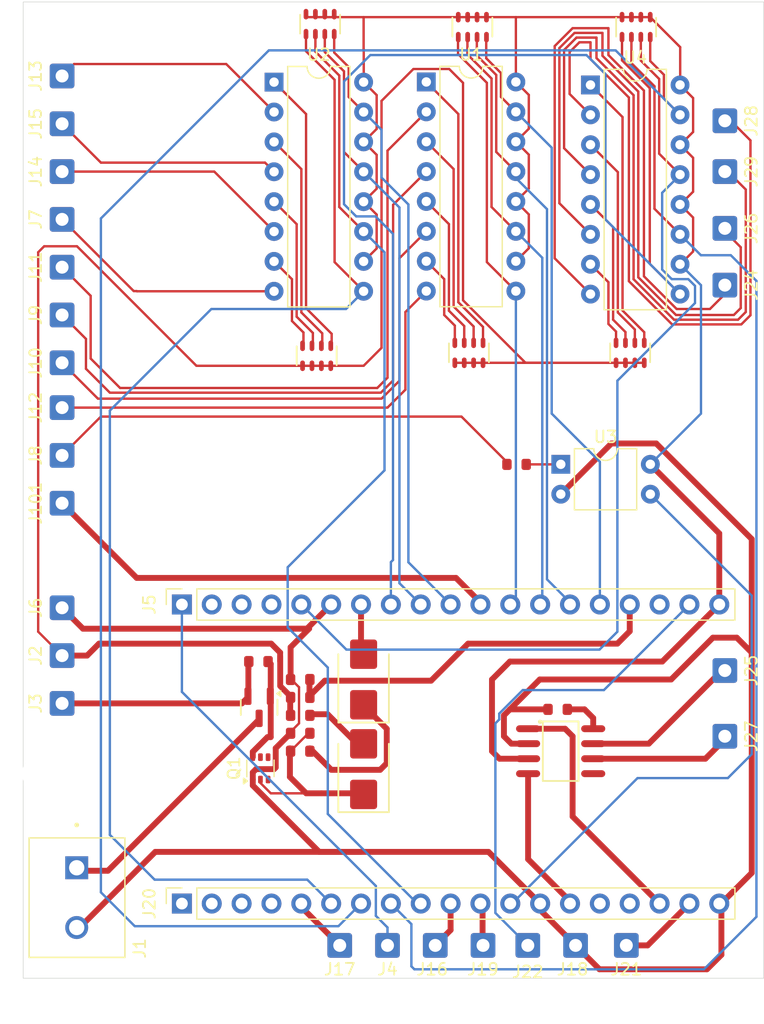
<source format=kicad_pcb>
(kicad_pcb (version 20240108) (generator "pcbnew") (generator_version "8.0")
  (layers (0 "F.Cu" signal) (31 "B.Cu" signal) (34 "B.Paste" user) (35 "F.Paste" user) (36 "B.SilkS" user "B.Silkscreen") (37 "F.SilkS" user "F.Silkscreen") (38 "B.Mask" user) (39 "F.Mask" user) (44 "Edge.Cuts" user))
  (net 0 "")
  (net 1 "Net-(D1-Pad1)")
  (net 2 "Net-(D2-Pad2)")
  (net 3 "GND")
  (net 4 "Net-(Q1A-B1)")
  (net 5 "CAN Modul CTX")
  (net 6 "CAN Modul RTX")
  (net 7 "Net-(J4-Pin_1)")
  (net 8 "Net-(J101-Pin_1)")
  (net 13 "Net-(J22-Pin_1)")
  (net 14 "Net-(J8-Pin_1)")
  (net 15 "Net-(J16-Pin_1)")
  (net 16 "Net-(J17-Pin_1)")
  (net 17 "Net-(J19-Pin_1)")
  (net 20 "Net-(Q1A-C1)")
  (net 21 "Net-(R7-Pad8)")
  (net 22 "Net-(R7-Pad5)")
  (net 23 "Net-(R7-Pad6)")
  (net 24 "Net-(R7-Pad7)")
  (net 25 "Net-(R8-Pad8)")
  (net 26 "Net-(R8-Pad6)")
  (net 27 "Net-(R8-Pad5)")
  (net 28 "Net-(R8-Pad7)")
  (net 29 "Net-(R11-Pad6)")
  (net 30 "Net-(R11-Pad5)")
  (net 31 "Net-(R11-Pad8)")
  (net 32 "Net-(R11-Pad7)")
  (net 33 "Net-(R12-Pad2)")
  (net 34 "Net-(U101-RS)")
  (net 36 "/Latch_Circuit/12 V out")
  (net 37 "K15")
  (net 38 "/Latch_Circuit/K30")
  (net 39 "VoltMeasurement")
  (net 40 "StayOn")
  (net 41 "GPIO 32 (PIN 7)")
  (net 42 "GPIO 14 (PIN 12)")
  (net 43 "GPIO 27 (PIN 11)")
  (net 44 "GPIO 33 (PIN 8)")
  (net 45 "GPIO 35 (PIN 6)")
  (net 46 "GPIO 13 (PIN 15)")
  (net 47 "3,3 V from ESP")
  (net 48 "GPIO 26 (PIN 10)")
  (net 49 "GPIO 34 (PIN 5)")
  (net 50 "/Optocopler/Coolant")
  (net 51 "/Optocopler/MotorCap")
  (net 52 "/Optocopler/WhiperWater")
  (net 53 "/Optocopler/BrakePads")
  (net 54 "/Optocopler/OilPresure")
  (net 55 "/Optocopler/SlidingDoor")
  (net 56 "GPIO 0 (PIN 25)")
  (net 57 "GPIO 16 (PIN 27)")
  (net 58 "GPIO 17 (PIN 28)")
  (net 59 "/Optocopler/ResetButton")
  (net 60 "/Optocopler/MemoryButton")
  (net 61 "/Optocopler/Trunk")
  (net 62 "/Optocopler/ModeButton")
  (net 63 "GPIO 4 (PIN 26)")
  (net 64 "GPIO 19 (PIN 31)")
  (net 65 "/CAN Modul/CAN_H")
  (net 66 "/CAN Modul/CAN_L")
  (net 67 "/Optocopler/BrakeFluid")
  (net 68 "/Optocopler/DoorRight")
  (net 69 "Net-(J20-Pin_18)")
  (footprint "Package_DIP:DIP-16_W7.62mm" (layer "F.Cu") (at 158.3056 79.4032)
    (property "Reference" "U1")
    (property "Value" "LTV-847")
  )
  (footprint "PCM_JLCPCB:Q_SOT-23" (layer "F.Cu") (at 144.0816 132.5652 -90)
    (property "Reference" "Q2" (hide yes))
    (property "Value" "LBSS84LT1G")
  )
  (footprint "Connector_Wire:SolderWire-0.5sqmm_1x01_D0.9mm_OD2.1mm" (layer "F.Cu") (at 127.3176 107.0892 90)
    (property "Reference" "J12")
    (property "Value" "BrakeFluid")
  )
  (footprint "Connector_Wire:SolderWire-0.5sqmm_1x01_D0.9mm_OD2.1mm" (layer "F.Cu") (at 171.0056 152.8092 180)
    (property "Reference" "J18")
    (property "Value" "TFT_GND")
  )
  (footprint "Custom:PHOENIX_1729128_2x2,54" (layer "F.Cu") (at 124.5126 143.6697 -90)
    (property "Reference" "J1")
    (property "Value" "To USB converter")
  )
  (footprint "PCM_JLCPCB:R_0603x4" (layer "F.Cu") (at 149.2696 74.4892 -90)
    (property "Reference" "R9" (hide yes))
    (property "Value" "10kΩ")
  )
  (footprint "PCM_JLCPCB:R_0603x4" (layer "F.Cu") (at 161.9316 102.4292 90)
    (property "Reference" "R7" (hide yes))
    (property "Value" "4.7kΩ")
  )
  (footprint "Connector_Wire:SolderWire-0.5sqmm_1x01_D0.9mm_OD2.1mm" (layer "F.Cu") (at 127.3176 99.2152 90)
    (property "Reference" "J9")
    (property "Value" "MotorCap")
  )
  (footprint "PCM_JLCPCB:R_0603" (layer "F.Cu") (at 144.0236 128.6792 180)
    (property "Reference" "R1" (hide yes))
    (property "Value" "100kΩ")
  )
  (footprint "Connector_Wire:SolderWire-0.5sqmm_1x01_D0.9mm_OD2.1mm" (layer "F.Cu") (at 150.9396 152.8092)
    (property "Reference" "J17")
    (property "Value" "TFT_DC")
  )
  (footprint "Connector_Wire:SolderWire-0.5sqmm_1x01_D0.9mm_OD2.1mm" (layer "F.Cu") (at 159.0676 152.8092)
    (property "Reference" "J16")
    (property "Value" "TFT_CS")
  )
  (footprint "Package_TO_SOT_SMD:SOT-363_SC-70-6" (layer "F.Cu") (at 144.1936 137.7572 90)
    (property "Reference" "Q1")
    (property "Value" "MMDT3904")
  )
  (footprint "PCM_JLCPCB:R_0603" (layer "F.Cu") (at 147.5796 134.7752)
    (property "Reference" "R5" (hide yes))
    (property "Value" "100kΩ")
  )
  (footprint "Connector_Wire:SolderWire-0.5sqmm_1x01_D0.9mm_OD2.1mm" (layer "F.Cu") (at 183.7056 91.8492 -90)
    (property "Reference" "J26")
    (property "Value" "Memory")
  )
  (footprint "PCM_JLCPCB:R_0603x4" (layer "F.Cu") (at 176.1556 74.7432 -90)
    (property "Reference" "R13" (hide yes))
    (property "Value" "10kΩ")
  )
  (footprint "PCM_JLCPCB:SOIC-8_L4.9-W3.9-P1.27-LS6.0-BL" (layer "F.Cu") (at 169.7356 136.2992 -90)
    (property "Reference" "U101" (hide yes))
    (property "Value" "SN65HVD230DR")
  )
  (footprint "Connector_Wire:SolderWire-0.5sqmm_1x01_D0.9mm_OD2.1mm" (layer "F.Cu") (at 155.0036 152.8092)
    (property "Reference" "J4")
    (property "Value" "TFT_5V")
  )
  (footprint "MountingHole:MountingHole_3.2mm_M3" (layer "F.Cu") (at 179.6616 142.8032)
    (property "Reference" "Hole_4" (hide yes))
    (property "Value" "MountingHole_3.2mm_M3" (hide yes))
  )
  (footprint "Connector_Wire:SolderWire-0.5sqmm_1x01_D0.9mm_OD2.1mm" (layer "F.Cu") (at 127.3176 103.2792 90)
    (property "Reference" "J10")
    (property "Value" "WhiperWater")
  )
  (footprint "Connector_PinSocket_2.54mm:PinSocket_1x19_P2.54mm_Vertical" (layer "F.Cu") (at 137.5116 123.8278 90)
    (property "Reference" "J5")
    (property "Value" "Conn_01x19_Socket" (hide yes))
  )
  (footprint "Connector_Wire:SolderWire-0.5sqmm_1x01_D0.9mm_OD2.1mm" (layer "F.Cu") (at 127.3176 132.2352 90)
    (property "Reference" "J3")
    (property "Value" "K30")
  )
  (footprint "Connector_Wire:SolderWire-0.5sqmm_1x01_D0.9mm_OD2.1mm" (layer "F.Cu") (at 127.3176 124.1072 90)
    (property "Reference" "J6")
    (property "Value" "K31")
  )
  (footprint "Connector_Wire:SolderWire-0.5sqmm_1x01_D0.9mm_OD2.1mm" (layer "F.Cu") (at 127.3176 82.9592 90)
    (property "Reference" "J15")
    (property "Value" "Door_S")
  )
  (footprint "PCM_JLCPCB:D_SMB" (layer "F.Cu") (at 152.9716 137.8232 90)
    (property "Reference" "D2" (hide yes))
    (property "Value" "S3MB")
  )
  (footprint "Connector_Wire:SolderWire-0.5sqmm_1x01_D0.9mm_OD2.1mm" (layer "F.Cu") (at 183.7056 87.0232 -90)
    (property "Reference" "J29")
    (property "Value" "Mode")
  )
  (footprint "PCM_JLCPCB:R_0603" (layer "F.Cu") (at 169.4816 132.7432 180)
    (property "Reference" "R101" (hide yes))
    (property "Value" "10kΩ")
  )
  (footprint "PCM_JLCPCB:R_0603" (layer "F.Cu") (at 147.5796 131.7272)
    (property "Reference" "R2" (hide yes))
    (property "Value" "220kΩ")
  )
  (footprint "Package_DIP:DIP-16_W7.62mm" (layer "F.Cu") (at 172.2731 79.6597)
    (property "Reference" "U4")
    (property "Value" "LTV-847")
  )
  (footprint "MountingHole:MountingHole_3.2mm_M3" (layer "F.Cu") (at 135.7116 111.9032)
    (property "Reference" "Hole_2" (hide yes))
    (property "Value" "MountingHole_3.2mm_M3" (hide yes))
  )
  (footprint "Connector_Wire:SolderWire-0.5sqmm_1x01_D0.9mm_OD2.1mm" (layer "F.Cu") (at 183.7056 135.0292 -90)
    (property "Reference" "J27")
    (property "Value" "Can_L")
  )
  (footprint "Package_DIP:DIP-16_W7.62mm" (layer "F.Cu") (at 145.3516 79.4182)
    (property "Reference" "U2")
    (property "Value" "LTV-847")
  )
  (footprint "PCM_JLCPCB:R_0603x4" (layer "F.Cu") (at 148.9776 102.6832 90)
    (property "Reference" "R8" (hide yes))
    (property "Value" "4.7kΩ")
  )
  (footprint "Connector_Wire:SolderWire-0.5sqmm_1x01_D0.9mm_OD2.1mm" (layer "F.Cu") (at 127.3176 87.0232 90)
    (property "Reference" "J14")
    (property "Value" "OilPresure")
  )
  (footprint "Connector_Wire:SolderWire-0.5sqmm_1x01_D0.9mm_OD2.1mm" (layer "F.Cu") (at 163.1316 152.8092)
    (property "Reference" "J19")
    (property "Value" "TFT_SLK")
  )
  (footprint "PCM_JLCPCB:R_0603" (layer "F.Cu") (at 147.5796 136.2992)
    (property "Reference" "R4" (hide yes))
    (property "Value" "220Ω")
  )
  (footprint "MountingHole:MountingHole_3.2mm_M3" (layer "F.Cu") (at 125.5116 138.2032)
    (property "Reference" "Hole_1" (hide yes))
    (property "Value" "MountingHole_3.2mm_M3" (hide yes))
  )
  (footprint "Connector_Wire:SolderWire-0.5sqmm_1x01_D0.9mm_OD2.1mm" (layer "F.Cu") (at 127.3176 128.1712 90)
    (property "Reference" "J2")
    (property "Value" "K15")
  )
  (footprint "Connector_Wire:SolderWire-0.5sqmm_1x01_D0.9mm_OD2.1mm" (layer "F.Cu") (at 183.7056 129.4412 -90)
    (property "Reference" "J25")
    (property "Value" "Can_H")
  )
  (footprint "PCM_JLCPCB:R_0603" (layer "F.Cu") (at 147.5796 133.2512)
    (property "Reference" "R6" (hide yes))
    (property "Value" "10kΩ")
  )
  (footprint "PCM_JLCPCB:R_0603" (layer "F.Cu") (at 165.9836 111.9152)
    (property "Reference" "R12" (hide yes))
    (property "Value" "4.7kΩ")
  )
  (footprint "Connector_Wire:SolderWire-0.5sqmm_1x01_D0.9mm_OD2.1mm" (layer "F.Cu") (at 127.3176 78.8952 90)
    (property "Reference" "J13")
    (property "Value" "Door_R")
  )
  (footprint "Package_DIP:DIP-4_W7.62mm" (layer "F.Cu") (at 169.7456 111.9102)
    (property "Reference" "U3")
    (property "Value" "LVT 817")
  )
  (footprint "MountingHole:MountingHole_3.2mm_M3" (layer "F.Cu") (at 135.2116 82.1032)
    (property "Reference" "Hole_3" (hide yes))
    (property "Value" "MountingHole_3.2mm_M3" (hide yes))
  )
  (footprint "Connector_Wire:SolderWire-0.5sqmm_1x01_D0.9mm_OD2.1mm" (layer "F.Cu") (at 127.3176 95.1512 90)
    (property "Reference" "J11")
    (property "Value" "BrakePads")
  )
  (footprint "Connector_Wire:SolderWire-0.5sqmm_1x01_D0.9mm_OD2.1mm" (layer "F.Cu") (at 127.3176 115.2172 90)
    (property "Reference" "J101")
    (property "Value" "O_Lev_LED")
  )
  (footprint "PCM_JLCPCB:D_SMB" (layer "F.Cu") (at 152.9716 130.2032 90)
    (property "Reference" "D1" (hide yes))
    (property "Value" "S3MB")
  )
  (footprint "Connector_PinSocket_2.54mm:PinSocket_1x19_P2.54mm_Vertical" (layer "F.Cu") (at 137.5116 149.2532 90)
    (property "Reference" "J20")
    (property "Value" "Conn_01x19_Socket")
  )
  (footprint "Connector_Wire:SolderWire-0.5sqmm_1x01_D0.9mm_OD2.1mm" (layer "F.Cu") (at 166.9416 152.8092 180)
    (property "Reference" "J22")
    (property "Value" "TFT_RST")
  )
  (footprint "Connector_Wire:SolderWire-0.5sqmm_1x01_D0.9mm_OD2.1mm" (layer "F.Cu") (at 127.3176 111.1532 90)
    (property "Reference" "J8")
    (property "Value" "oilSensor")
  )
  (footprint "Connector_Wire:SolderWire-0.5sqmm_1x01_D0.9mm_OD2.1mm" (layer "F.Cu") (at 127.3176 91.0872 90)
    (property "Reference" "J7")
    (property "Value" "Coolant")
  )
  (footprint "Connector_Wire:SolderWire-0.5sqmm_1x01_D0.9mm_OD2.1mm" (layer "F.Cu") (at 175.3236 152.8092)
    (property "Reference" "J21")
    (property "Value" "TFT_MOSI")
  )
  (footprint "PCM_JLCPCB:R_0603x4" (layer "F.Cu") (at 162.2236 74.7432 -90)
    (property "Reference" "R10" (hide yes))
    (property "Value" "10kΩ")
  )
  (footprint "Connector_Wire:SolderWire-0.5sqmm_1x01_D0.9mm_OD2.1mm" (layer "F.Cu") (at 183.7056 96.6752 -90)
    (property "Reference" "J24")
    (property "Value" "Reset")
  )
  (footprint "PCM_JLCPCB:R_0603x4" (layer "F.Cu") (at 175.6476 102.4292 90)
    (property "Reference" "R11" (hide yes))
    (property "Value" "4.7kΩ")
  )
  (footprint "Connector_Wire:SolderWire-0.5sqmm_1x01_D0.9mm_OD2.1mm" (layer "F.Cu") (at 183.7056 82.7052 -90)
    (property "Reference" "J28")
    (property "Value" "Trunk")
  )
  (footprint "PCM_JLCPCB:R_0603" (layer "F.Cu") (at 147.5796 130.2032 180)
    (property "Reference" "R3" (hide yes))
    (property "Value" "33kΩ")
  )
  (gr_rect (start 124.0116 72.6032) (end 187.0116 155.6032) (stroke (width 0.05)) (fill none) (layer "Edge.Cuts"))
  (segment (start 154.9384 137.3242) (end 154.9384 134.3942) (width 0.5) (layer "F.Cu") (net 1))
  (segment (start 154.3796 137.883) (end 154.9384 137.3242) (width 0.5) (layer "F.Cu") (net 1))
  (segment (start 154.9384 134.3942) (end 152.9572 132.413) (width 0.5) (layer "F.Cu") (net 1))
  (segment (start 148.39518 136.0542) (end 150.22398 137.883) (width 0.5) (layer "F.Cu") (net 1))
  (segment (start 150.22398 137.883) (end 154.3796 137.883) (width 0.5) (layer "F.Cu") (net 1))
  (segment (start 152.3312 135.5806) (end 149.9092 133.1586) (width 0.5) (layer "F.Cu") (net 2))
  (segment (start 149.9092 133.1586) (end 148.4178 133.1586) (width 0.5) (layer "F.Cu") (net 2))
  (segment (start 143.5436 138.7072) (end 143.5436 139.211988) (width 0.5) (layer "F.Cu") (net 3))
  (segment (start 148.3344 125.8852) (end 146.7596 127.46) (width 0.5) (layer "F.Cu") (net 3))
  (segment (start 149.190612 144.859) (end 152.7176 144.859) (width 0.5) (layer "F.Cu") (net 3))
  (segment (start 163.5974 144.859) (end 168.1718 149.4334) (width 0.5) (layer "F.Cu") (net 3))
  (segment (start 179.1336 130.2032) (end 182.6896 126.6472) (width 0.5) (layer "F.Cu") (net 3))
  (segment (start 146.7596 134.7752) (end 145.4936 136.0412) (width 0.5) (layer "F.Cu") (net 3))
  (segment (start 168.1718 149.4334) (end 168.1718 149.9754) (width 0.5) (layer "F.Cu") (net 3))
  (segment (start 165.4176 132.7432) (end 167.9576 130.2032) (width 0.5) (layer "F.Cu") (net 3))
  (segment (start 185.9916 146.648) (end 183.3864 149.2532) (width 0.5) (layer "F.Cu") (net 3))
  (segment (start 174.0536 110.1372) (end 177.8636 110.1372) (width 0.5) (layer "F.Cu") (net 3))
  (segment (start 168.1718 149.9754) (end 171.0056 152.8092) (width 0.5) (layer "F.Cu") (net 3))
  (segment (start 167.9576 130.2032) (end 179.1336 130.2032) (width 0.5) (layer "F.Cu") (net 3))
  (segment (start 183.4118 149.4334) (end 183.4118 153.611) (width 0.5) (layer "F.Cu") (net 3))
  (segment (start 143.5436 138.1018) (end 143.5436 138.7072) (width 0.5) (layer "F.Cu") (net 3))
  (segment (start 185.9916 118.2652) (end 185.9916 130.2032) (width 0.5) (layer "F.Cu") (net 3))
  (segment (start 127.3176 124.1072) (end 129.0956 125.8852) (width 0.5) (layer "F.Cu") (net 3))
  (segment (start 145.4936 137.6812) (end 145.3516 137.8232) (width 0.5) (layer "F.Cu") (net 3))
  (segment (start 128.5626 151.5437) (end 135.2473 144.859) (width 0.5) (layer "F.Cu") (net 3))
  (segment (start 177.8636 110.1372) (end 185.9916 118.2652) (width 0.5) (layer "F.Cu") (net 3))
  (segment (start 165.5396 135.6592) (end 166.9656 135.6592) (width 0.5) (layer "F.Cu") (net 3))
  (segment (start 183.4118 153.611) (end 182.1816 154.8412) (width 0.5) (layer "F.Cu") (net 3))
  (segment (start 173.0376 154.8412) (end 171.0056 152.8092) (width 0.5) (layer "F.Cu") (net 3))
  (segment (start 135.2473 144.859) (end 152.7176 144.859) (width 0.5) (layer "F.Cu") (net 3))
  (segment (start 150.2116 123.8278) (end 148.1542 125.8852) (width 0.5) (layer "F.Cu") (net 3))
  (segment (start 164.9096 133.2512) (end 164.9096 135.0292) (width 0.5) (layer "F.Cu") (net 3))
  (segment (start 169.7356 114.4552) (end 174.0536 110.1372) (width 0.5) (layer "F.Cu") (net 3))
  (segment (start 182.1816 154.8412) (end 173.0376 154.8412) (width 0.5) (layer "F.Cu") (net 3))
  (segment (start 183.3864 149.2532) (end 183.2316 149.2532) (width 0.5) (layer "F.Cu") (net 3))
  (segment (start 143.8222 137.8232) (end 143.5436 138.1018) (width 0.5) (layer "F.Cu") (net 3))
  (segment (start 145.3516 137.8232) (end 143.8222 137.8232) (width 0.5) (layer "F.Cu") (net 3))
  (segment (start 184.7216 126.6472) (end 185.9916 127.9172) (width 0.5) (layer "F.Cu") (net 3))
  (segment (start 129.0956 125.8852) (end 146.6216 125.8852) (width 0.5) (layer "F.Cu") (net 3))
  (segment (start 145.4936 136.0412) (end 145.4936 137.6812) (width 0.5) (layer "F.Cu") (net 3))
  (segment (start 185.9916 127.9172) (end 185.9916 130.2032) (width 0.5) (layer "F.Cu") (net 3))
  (segment (start 165.4176 132.7432) (end 164.9096 133.2512) (width 0.5) (layer "F.Cu") (net 3))
  (segment (start 164.9096 135.0292) (end 165.5396 135.6592) (width 0.5) (layer "F.Cu") (net 3))
  (segment (start 143.5436 139.211988) (end 149.190612 144.859) (width 0.5) (layer "F.Cu") (net 3))
  (segment (start 185.9916 130.2032) (end 185.9916 146.648) (width 0.5) (layer "F.Cu") (net 3))
  (segment (start 182.6896 126.6472) (end 184.7216 126.6472) (width 0.5) (layer "F.Cu") (net 3))
  (segment (start 147.4778 133.9318) (end 147.4778 130.8614) (width 0.2) (layer "F.Cu") (net 3))
  (segment (start 148.1542 125.8852) (end 146.6216 125.8852) (width 0.5) (layer "F.Cu") (net 3))
  (segment (start 146.7596 127.46) (end 146.7596 130.2032) (width 0.5) (layer "F.Cu") (net 3))
  (segment (start 146.6216 125.8852) (end 148.3344 125.8852) (width 0.5) (layer "F.Cu") (net 3))
  (segment (start 183.2316 149.2532) (end 183.4118 149.4334) (width 0.5) (layer "F.Cu") (net 3))
  (segment (start 147.4778 130.8614) (end 146.727 130.1106) (width 0.2) (layer "F.Cu") (net 3))
  (segment (start 168.6616 132.7432) (end 165.4176 132.7432) (width 0.5) (layer "F.Cu") (net 3))
  (segment (start 152.7176 144.859) (end 163.5974 144.859) (width 0.5) (layer "F.Cu") (net 3))
  (segment (start 146.7524 134.6572) (end 147.4778 133.9318) (width 0.2) (layer "F.Cu") (net 3))
  (segment (start 144.1936 138.7072) (end 144.1936 138.999856) (width 0.2) (layer "F.Cu") (net 4))
  (segment (start 145.074344 139.8806) (end 149.3758 139.8806) (width 0.2) (layer "F.Cu") (net 4))
  (segment (start 144.1936 138.999856) (end 145.074344 139.8806) (width 0.2) (layer "F.Cu") (net 4))
  (segment (start 149.3758 139.8806) (end 148.0896 139.8806) (width 0.5) (layer "F.Cu") (net 4))
  (segment (start 152.9826 139.8806) (end 149.3758 139.8806) (width 0.5) (layer "F.Cu") (net 4))
  (segment (start 148.0896 139.8806) (end 146.7016 138.4926) (width 0.5) (layer "F.Cu") (net 4))
  (segment (start 146.7016 138.4926) (end 146.7016 136.0542) (width 0.5) (layer "F.Cu") (net 4))
  (segment (start 146.9954 136.0542) (end 148.3924 134.6572) (width 0.2) (layer "F.Cu") (net 4))
  (segment (start 170.7516 135.0292) (end 170.7516 141.8532) (width 0.5) (layer "F.Cu") (net 5))
  (segment (start 170.1116 134.3892) (end 170.7516 135.0292) (width 0.5) (layer "F.Cu") (net 5))
  (segment (start 170.7516 141.8532) (end 178.1262 149.2278) (width 0.5) (layer "F.Cu") (net 5))
  (segment (start 178.1262 149.2278) (end 178.3318 149.2278) (width 0.5) (layer "F.Cu") (net 5))
  (segment (start 166.9656 134.3892) (end 170.1116 134.3892) (width 0.5) (layer "F.Cu") (net 5))
  (segment (start 170.5316 149.0476) (end 170.5316 149.2532) (width 0.5) (layer "F.Cu") (net 6))
  (segment (start 166.9656 138.2092) (end 166.9656 145.4816) (width 0.5) (layer "F.Cu") (net 6))
  (segment (start 166.9656 145.4816) (end 170.5316 149.0476) (width 0.5) (layer "F.Cu") (net 6))
  (segment (start 154.0116 147.7532) (end 154.0116 150.2932) (width 0.2) (layer "B.Cu") (net 7))
  (segment (start 155.0036 151.2852) (end 155.0036 152.8092) (width 0.2) (layer "B.Cu") (net 7))
  (segment (start 137.5116 123.8278) (end 137.5116 131.2532) (width 0.2) (layer "B.Cu") (net 7))
  (segment (start 154.0116 150.2932) (end 155.0036 151.2852) (width 0.2) (layer "B.Cu") (net 7))
  (segment (start 137.5116 131.2532) (end 154.0116 147.7532) (width 0.2) (layer "B.Cu") (net 7))
  (segment (start 127.3176 115.2172) (end 133.6676 121.5672) (width 0.5) (layer "F.Cu") (net 8))
  (segment (start 160.8312 121.5672) (end 163.0918 123.8278) (width 0.5) (layer "F.Cu") (net 8))
  (segment (start 133.6676 121.5672) (end 160.8312 121.5672) (width 0.5) (layer "F.Cu") (net 8))
  (segment (start 173.4162 131.1032) (end 166.5116 131.1032) (width 0.2) (layer "B.Cu") (net 13))
  (segment (start 180.6916 123.8278) (end 173.4162 131.1032) (width 0.2) (layer "B.Cu") (net 13))
  (segment (start 166.5116 131.1032) (end 164.5116 133.1032) (width 0.2) (layer "B.Cu") (net 13))
  (segment (start 164.183258 150.050858) (end 166.9416 152.8092) (width 0.2) (layer "B.Cu") (net 13))
  (segment (start 164.5116 133.6032) (end 164.183258 133.931542) (width 0.2) (layer "B.Cu") (net 13))
  (segment (start 164.183258 133.931542) (end 164.183258 150.050858) (width 0.2) (layer "B.Cu") (net 13))
  (segment (start 164.5116 133.1032) (end 164.5116 133.6032) (width 0.2) (layer "B.Cu") (net 13))
  (segment (start 161.2956 107.8512) (end 130.6196 107.8512) (width 0.2) (layer "F.Cu") (net 14))
  (segment (start 130.6196 107.8512) (end 127.3176 111.1532) (width 0.2) (layer "F.Cu") (net 14))
  (segment (start 165.3596 111.9152) (end 161.2956 107.8512) (width 0.2) (layer "F.Cu") (net 14))
  (segment (start 160.3716 151.5052) (end 159.0676 152.8092) (width 0.5) (layer "F.Cu") (net 15))
  (segment (start 160.3716 149.2532) (end 160.3716 151.5052) (width 0.5) (layer "F.Cu") (net 15))
  (segment (start 147.8518 149.7214) (end 150.9396 152.8092) (width 0.5) (layer "F.Cu") (net 16))
  (segment (start 147.8518 149.2278) (end 147.8518 149.7214) (width 0.5) (layer "F.Cu") (net 16))
  (segment (start 163.0918 149.4334) (end 163.0918 152.7694) (width 0.5) (layer "F.Cu") (net 17))
  (segment (start 162.9116 149.2532) (end 163.0918 149.4334) (width 0.5) (layer "F.Cu") (net 17))
  (segment (start 163.0918 152.7694) (end 163.1316 152.8092) (width 0.5) (layer "F.Cu") (net 17))
  (segment (start 143.5436 136.351612) (end 143.5436 136.8072) (width 0.5) (layer "F.Cu") (net 20))
  (segment (start 145.068 135.101212) (end 144.794 135.101212) (width 0.5) (layer "F.Cu") (net 20))
  (segment (start 145.068 131.685) (end 145.068 135.101212) (width 0.5) (layer "F.Cu") (net 20))
  (segment (start 144.794 135.101212) (end 143.5436 136.351612) (width 0.5) (layer "F.Cu") (net 20))
  (segment (start 145.068 131.685) (end 145.068 128.8762) (width 0.5) (layer "F.Cu") (net 20))
  (segment (start 145.068 128.8762) (end 144.8546 128.6628) (width 0.5) (layer "F.Cu") (net 20))
  (segment (start 159.8296 96.1672) (end 158.3056 94.6432) (width 0.2) (layer "F.Cu") (net 21))
  (segment (start 159.8296 99.2152) (end 159.8296 96.1672) (width 0.2) (layer "F.Cu") (net 21))
  (segment (start 160.7316 100.1172) (end 159.8296 99.2152) (width 0.2) (layer "F.Cu") (net 21))
  (segment (start 160.7316 101.5792) (end 160.7316 100.1172) (width 0.2) (layer "F.Cu") (net 21))
  (segment (start 161.0296 98.1292) (end 161.0296 82.1272) (width 0.2) (layer "F.Cu") (net 22))
  (segment (start 161.0296 82.1272) (end 158.3056 79.4032) (width 0.2) (layer "F.Cu") (net 22))
  (segment (start 163.1316 100.2312) (end 161.0296 98.1292) (width 0.2) (layer "F.Cu") (net 22))
  (segment (start 163.1316 101.5792) (end 163.1316 100.2312) (width 0.2) (layer "F.Cu") (net 22))
  (segment (start 160.6296 98.4912) (end 160.6296 86.8072) (width 0.2) (layer "F.Cu") (net 23))
  (segment (start 162.3316 101.5792) (end 162.3316 100.1932) (width 0.2) (layer "F.Cu") (net 23))
  (segment (start 162.3316 100.1932) (end 160.6296 98.4912) (width 0.2) (layer "F.Cu") (net 23))
  (segment (start 160.6296 86.8072) (end 158.3056 84.4832) (width 0.2) (layer "F.Cu") (net 23))
  (segment (start 161.5316 100.1552) (end 160.2296 98.8532) (width 0.2) (layer "F.Cu") (net 24))
  (segment (start 160.2296 98.8532) (end 160.2296 91.4872) (width 0.2) (layer "F.Cu") (net 24))
  (segment (start 160.2296 91.4872) (end 158.3056 89.5632) (width 0.2) (layer "F.Cu") (net 24))
  (segment (start 161.5316 101.5792) (end 161.5316 100.1552) (width 0.2) (layer "F.Cu") (net 24))
  (segment (start 146.8756 96.1722) (end 145.3616 94.6582) (width 0.2) (layer "F.Cu") (net 25))
  (segment (start 147.8536 101.8332) (end 147.8536 100.7012) (width 0.2) (layer "F.Cu") (net 25))
  (segment (start 146.8756 99.7232) (end 146.8756 96.1722) (width 0.2) (layer "F.Cu") (net 25))
  (segment (start 147.8536 100.7012) (end 146.8756 99.7232) (width 0.2) (layer "F.Cu") (net 25))
  (segment (start 149.4536 101.8332) (end 149.4536 100.7772) (width 0.2) (layer "F.Cu") (net 26))
  (segment (start 147.6756 98.9992) (end 147.6756 86.8122) (width 0.2) (layer "F.Cu") (net 26))
  (segment (start 147.6756 86.8122) (end 145.3616 84.4982) (width 0.2) (layer "F.Cu") (net 26))
  (segment (start 149.4536 100.7772) (end 147.6756 98.9992) (width 0.2) (layer "F.Cu") (net 26))
  (segment (start 148.0756 82.1322) (end 145.3616 79.4182) (width 0.2) (layer "F.Cu") (net 27))
  (segment (start 150.2536 100.8152) (end 148.0756 98.6372) (width 0.2) (layer "F.Cu") (net 27))
  (segment (start 148.0756 98.6372) (end 148.0756 82.1322) (width 0.2) (layer "F.Cu") (net 27))
  (segment (start 150.2536 101.8332) (end 150.2536 100.8152) (width 0.2) (layer "F.Cu") (net 27))
  (segment (start 147.2756 99.3612) (end 147.2756 91.4922) (width 0.2) (layer "F.Cu") (net 28))
  (segment (start 148.6536 100.7392) (end 147.2756 99.3612) (width 0.2) (layer "F.Cu") (net 28))
  (segment (start 148.6536 101.8332) (end 148.6536 100.7392) (width 0.2) (layer "F.Cu") (net 28))
  (segment (start 147.2756 91.4922) (end 145.3616 89.5782) (width 0.2) (layer "F.Cu") (net 28))
  (segment (start 174.5996 87.0662) (end 172.2856 84.7522) (width 0.2) (layer "F.Cu") (net 29))
  (segment (start 176.0476 101.5792) (end 176.0476 100.4472) (width 0.2) (layer "F.Cu") (net 29))
  (segment (start 174.5996 98.9992) (end 174.5996 87.0662) (width 0.2) (layer "F.Cu") (net 29))
  (segment (start 176.0476 100.4472) (end 174.5996 98.9992) (width 0.2) (layer "F.Cu") (net 29))
  (segment (start 172.2856 79.6722) (end 174.9996 82.3862) (width 0.2) (layer "F.Cu") (net 30))
  (segment (start 176.8476 100.681514) (end 176.8476 101.5792) (width 0.2) (layer "F.Cu") (net 30))
  (segment (start 174.9996 98.833514) (end 176.8476 100.681514) (width 0.2) (layer "F.Cu") (net 30))
  (segment (start 174.9996 82.3862) (end 174.9996 98.833514) (width 0.2) (layer "F.Cu") (net 30))
  (segment (start 174.4476 101.5792) (end 174.4476 100.6252) (width 0.2) (layer "F.Cu") (net 31))
  (segment (start 173.7996 96.4262) (end 172.2856 94.9122) (width 0.2) (layer "F.Cu") (net 31))
  (segment (start 174.4476 100.6252) (end 173.7996 99.9772) (width 0.2) (layer "F.Cu") (net 31))
  (segment (start 173.7996 99.9772) (end 173.7996 96.4262) (width 0.2) (layer "F.Cu") (net 31))
  (segment (start 174.1996 91.7462) (end 172.2856 89.8322) (width 0.2) (layer "F.Cu") (net 32))
  (segment (start 174.1996 99.6152) (end 174.1996 91.7462) (width 0.2) (layer "F.Cu") (net 32))
  (segment (start 175.2476 101.5792) (end 175.2476 100.6632) (width 0.2) (layer "F.Cu") (net 32))
  (segment (start 175.2476 100.6632) (end 174.1996 99.6152) (width 0.2) (layer "F.Cu") (net 32))
  (segment (start 166.9996 111.9152) (end 169.7356 111.9152) (width 0.2) (layer "F.Cu") (net 33))
  (segment (start 171.7676 132.7432) (end 170.3016 132.7432) (width 0.5) (layer "F.Cu") (net 34))
  (segment (start 172.5056 133.4812) (end 171.7676 132.7432) (width 0.5) (layer "F.Cu") (net 34))
  (segment (start 172.5056 134.3892) (end 172.5056 133.4812) (width 0.5) (layer "F.Cu") (net 34))
  (segment (start 144.118 133.565) (end 131.2193 146.4637) (width 0.5) (layer "F.Cu") (net 36))
  (segment (start 131.2193 146.4637) (end 128.5626 146.4637) (width 0.5) (layer "F.Cu") (net 36))
  (segment (start 125.2856 126.1392) (end 127.3176 128.1712) (width 0.2) (layer "F.Cu") (net 37))
  (segment (start 174.4476 103.2792) (end 168.9736 103.2792) (width 0.2) (layer "F.Cu") (net 37))
  (segment (start 168.9736 103.2792) (end 166.745286 103.2792) (width 0.2) (layer "F.Cu") (net 37))
  (segment (start 168.9736 103.2792) (end 163.1316 103.2792) (width 0.2) (layer "F.Cu") (net 37))
  (segment (start 130.46164 127.1552) (end 129.44564 128.1712) (width 0.5) (layer "F.Cu") (net 37))
  (segment (start 154.4956 102.0092) (end 152.9716 103.5332) (width 0.2) (layer "F.Cu") (net 37))
  (segment (start 160.2536 78.3032) (end 157.2056 78.3032) (width 0.2) (layer "F.Cu") (net 37))
  (segment (start 145.877 128.28542) (end 145.877 128.6284) (width 0.5) (layer "F.Cu") (net 37))
  (segment (start 145.8706 127.9172) (end 145.1086 127.1552) (width 0.5) (layer "F.Cu") (net 37))
  (segment (start 138.7476 103.5332) (end 128.5876 93.3732) (width 0.2) (layer "F.Cu") (net 37))
  (segment (start 176.0476 103.2792) (end 175.2476 103.2792) (width 0.2) (layer "F.Cu") (net 37))
  (segment (start 129.44564 128.1712) (end 127.3176 128.1712) (width 0.5) (layer "F.Cu") (net 37))
  (segment (start 146.727 131.6092) (end 145.877 130.7592) (width 0.5) (layer "F.Cu") (net 37))
  (segment (start 162.3316 103.2792) (end 161.5316 103.2792) (width 0.2) (layer "F.Cu") (net 37))
  (segment (start 125.7936 93.3732) (end 125.2856 93.8812) (width 0.2) (layer "F.Cu") (net 37))
  (segment (start 145.877 128.6284) (end 145.877 130.66038) (width 0.5) (layer "F.Cu") (net 37))
  (segment (start 163.1316 103.2792) (end 162.3316 103.2792) (width 0.2) (layer "F.Cu") (net 37))
  (segment (start 166.745286 103.2792) (end 161.4296 97.963514) (width 0.2) (layer "F.Cu") (net 37))
  (segment (start 176.8476 103.2792) (end 176.0476 103.2792) (width 0.2) (layer "F.Cu") (net 37))
  (segment (start 161.4296 79.4792) (end 160.2536 78.3032) (width 0.2) (layer "F.Cu") (net 37))
  (segment (start 125.2856 93.8812) (end 125.2856 126.1392) (width 0.2) (layer "F.Cu") (net 37))
  (segment (start 128.5876 93.3732) (end 125.7936 93.3732) (width 0.2) (layer "F.Cu") (net 37))
  (segment (start 145.8706 128.622) (end 145.8706 127.9172) (width 0.5) (layer "F.Cu") (net 37))
  (segment (start 175.2476 103.2792) (end 174.4476 103.2792) (width 0.2) (layer "F.Cu") (net 37))
  (segment (start 154.4956 81.0132) (end 154.4956 102.0092) (width 0.2) (layer "F.Cu") (net 37))
  (segment (start 152.9716 103.5332) (end 150.2536 103.5332) (width 0.2) (layer "F.Cu") (net 37))
  (segment (start 147.8536 103.5332) (end 148.6536 103.5332) (width 0.2) (layer "F.Cu") (net 37))
  (segment (start 161.4296 97.963514) (end 161.4296 79.4792) (width 0.2) (layer "F.Cu") (net 37))
  (segment (start 161.5316 103.2792) (end 160.7316 103.2792) (width 0.2) (layer "F.Cu") (net 37))
  (segment (start 148.6536 103.5332) (end 149.4536 103.5332) (width 0.2) (layer "F.Cu") (net 37))
  (segment (start 145.1086 127.1552) (end 130.46164 127.1552) (width 0.5) (layer "F.Cu") (net 37))
  (segment (start 146.727 131.6092) (end 146.727 133.1078) (width 0.5) (layer "F.Cu") (net 37))
  (segment (start 149.4536 103.5332) (end 150.2536 103.5332) (width 0.2) (layer "F.Cu") (net 37))
  (segment (start 145.877 128.6284) (end 145.8706 128.622) (width 0.5) (layer "F.Cu") (net 37))
  (segment (start 147.8536 103.5332) (end 138.7476 103.5332) (width 0.2) (layer "F.Cu") (net 37))
  (segment (start 157.2056 78.3032) (end 154.4956 81.0132) (width 0.2) (layer "F.Cu") (net 37))
  (segment (start 143.168 131.685) (end 143.168 129.2888) (width 0.5) (layer "F.Cu") (net 38))
  (segment (start 143.168 129.2888) (end 143.168 128.7094) (width 0.5) (layer "F.Cu") (net 38))
  (segment (start 127.3176 132.2352) (end 142.6178 132.2352) (width 0.5) (layer "F.Cu") (net 38))
  (segment (start 142.6178 132.2352) (end 143.168 131.685) (width 0.5) (layer "F.Cu") (net 38))
  (segment (start 143.168 129.2888) (end 143.168 128.796) (width 0.5) (layer "F.Cu") (net 38))
  (segment (start 175.6116 123.8278) (end 175.6116 126.1052) (width 0.5) (layer "F.Cu") (net 39))
  (segment (start 158.712 130.3048) (end 161.8616 127.1552) (width 0.5) (layer "F.Cu") (net 39))
  (segment (start 149.6714 130.3048) (end 158.712 130.3048) (width 0.5) (layer "F.Cu") (net 39))
  (segment (start 148.367 130.1106) (end 148.367 131.6092) (width 0.5) (layer "F.Cu") (net 39))
  (segment (start 175.6116 126.1052) (end 174.5616 127.1552) (width 0.5) (layer "F.Cu") (net 39))
  (segment (start 161.8616 127.1552) (end 174.5616 127.1552) (width 0.5) (layer "F.Cu") (net 39))
  (segment (start 148.367 131.6092) (end 149.6714 130.3048) (width 0.5) (layer "F.Cu") (net 39))
  (segment (start 152.9716 123.8676) (end 152.9318 123.8278) (width 0.5) (layer "F.Cu") (net 40))
  (segment (start 152.7516 127.8332) (end 152.9716 128.0532) (width 0.5) (layer "F.Cu") (net 40))
  (segment (start 152.7516 123.8278) (end 152.7516 127.8332) (width 0.5) (layer "F.Cu") (net 40))
  (segment (start 161.8036 77.0592) (end 163.8556 79.1112) (width 0.2) (layer "F.Cu") (net 41))
  (segment (start 161.8036 75.5932) (end 161.8036 77.0592) (width 0.2) (layer "F.Cu") (net 41))
  (segment (start 163.8556 79.1112) (end 163.8556 90.0332) (width 0.2) (layer "F.Cu") (net 41))
  (segment (start 163.8556 90.0332) (end 165.9256 92.1032) (width 0.2) (layer "F.Cu") (net 41))
  (segment (start 168.1718 94.3494) (end 168.1718 123.8278) (width 0.2) (layer "B.Cu") (net 41))
  (segment (start 165.9256 92.1032) (end 168.1718 94.3494) (width 0.2) (layer "B.Cu") (net 41))
  (segment (start 174.9556 75.3432) (end 174.9556 77.568886) (width 0.2) (layer "F.Cu") (net 42))
  (segment (start 177.3176 94.8642) (end 179.9056 97.4522) (width 0.2) (layer "F.Cu") (net 42))
  (segment (start 177.3176 79.930886) (end 177.3176 94.8642) (width 0.2) (layer "F.Cu") (net 42))
  (segment (start 174.9556 77.568886) (end 177.3176 79.930886) (width 0.2) (layer "F.Cu") (net 42))
  (segment (start 179.9056 97.4522) (end 173.5456 91.0922) (width 0.2) (layer "B.Cu") (net 42))
  (segment (start 151.3016 79.357565) (end 151.3016 89.793835) (width 0.2) (layer "B.Cu") (net 42))
  (segment (start 153.541965 77.1172) (end 151.3016 79.357565) (width 0.2) (layer "B.Cu") (net 42))
  (segment (start 173.5456 78.7322) (end 171.9306 77.1172) (width 0.2) (layer "B.Cu") (net 42))
  (segment (start 152.340965 90.8332) (end 153.9876 90.8332) (width 0.2) (layer "B.Cu") (net 42))
  (segment (start 173.5456 91.0922) (end 173.5456 78.7322) (width 0.2) (layer "B.Cu") (net 42))
  (segment (start 171.9306 77.1172) (end 153.541965 77.1172) (width 0.2) (layer "B.Cu") (net 42))
  (segment (start 153.9876 90.8332) (end 155.4718 92.3174) (width 0.2) (layer "B.Cu") (net 42))
  (segment (start 155.2916 120.2234) (end 155.4718 120.0432) (width 0.2) (layer "B.Cu") (net 42))
  (segment (start 151.3016 89.793835) (end 152.340965 90.8332) (width 0.2) (layer "B.Cu") (net 42))
  (segment (start 155.4718 92.3174) (end 155.4718 120.0432) (width 0.2) (layer "B.Cu") (net 42))
  (segment (start 155.2916 123.8278) (end 155.2916 120.2234) (width 0.2) (layer "B.Cu") (net 42))
  (segment (start 151.3016 85.3582) (end 152.9816 87.0382) (width 0.2) (layer "F.Cu") (net 43))
  (segment (start 149.6696 76.8632) (end 151.3016 78.4952) (width 0.2) (layer "F.Cu") (net 43))
  (segment (start 151.3016 78.4952) (end 151.3016 85.3582) (width 0.2) (layer "F.Cu") (net 43))
  (segment (start 149.6696 75.5932) (end 149.6696 76.8632) (width 0.2) (layer "F.Cu") (net 43))
  (segment (start 157.8316 123.8278) (end 156.0196 122.0158) (width 0.2) (layer "B.Cu") (net 43))
  (segment (start 156.0196 122.0158) (end 156.0196 90.0762) (width 0.2) (layer "B.Cu") (net 43))
  (segment (start 156.0196 90.0762) (end 152.9816 87.0382) (width 0.2) (layer "B.Cu") (net 43))
  (segment (start 161.0036 77.0212) (end 163.4556 79.4732) (width 0.2) (layer "F.Cu") (net 44))
  (segment (start 163.4556 94.7132) (end 165.9256 97.1832) (width 0.2) (layer "F.Cu") (net 44))
  (segment (start 163.4556 79.4732) (end 163.4556 94.7132) (width 0.2) (layer "F.Cu") (net 44))
  (segment (start 161.0036 75.5932) (end 161.0036 77.0212) (width 0.2) (layer "F.Cu") (net 44))
  (segment (start 165.9256 97.1832) (end 165.9256 123.534) (width 0.2) (layer "B.Cu") (net 44))
  (segment (start 162.6036 75.5932) (end 162.6036 77.154886) (width 0.2) (layer "F.Cu") (net 45))
  (segment (start 162.6036 77.154886) (end 164.2556 78.806886) (width 0.2) (layer "F.Cu") (net 45))
  (segment (start 164.2556 78.806886) (end 164.2556 85.3532) (width 0.2) (layer "F.Cu") (net 45))
  (segment (start 164.2556 85.3532) (end 165.9256 87.0232) (width 0.2) (layer "F.Cu") (net 45))
  (segment (start 168.5718 90.214035) (end 168.5718 121.6878) (width 0.2) (layer "B.Cu") (net 45))
  (segment (start 165.9256 87.567835) (end 168.5718 90.214035) (width 0.2) (layer "B.Cu") (net 45))
  (segment (start 168.5718 121.6878) (end 170.7118 123.8278) (width 0.2) (layer "B.Cu") (net 45))
  (segment (start 178.1176 85.5042) (end 179.9056 87.2922) (width 0.2) (layer "F.Cu") (net 46))
  (segment (start 176.5556 75.5932) (end 176.5556 77.5872) (width 0.2) (layer "F.Cu") (net 46))
  (segment (start 176.5556 77.5872) (end 178.1176 79.1492) (width 0.2) (layer "F.Cu") (net 46))
  (segment (start 178.1176 79.1492) (end 178.1176 85.5042) (width 0.2) (layer "F.Cu") (net 46))
  (segment (start 178.3716 88.8262) (end 179.9056 87.2922) (width 0.2) (layer "B.Cu") (net 46))
  (segment (start 147.6716 123.8278) (end 151.507 127.6632) (width 0.2) (layer "B.Cu") (net 46))
  (segment (start 178.3716 95.352514) (end 178.3716 88.8262) (width 0.2) (layer "B.Cu") (net 46))
  (segment (start 181.1656 96.737886) (end 180.594914 96.1672) (width 0.2) (layer "B.Cu") (net 46))
  (segment (start 179.186286 96.1672) (end 178.3716 95.352514) (width 0.2) (layer "B.Cu") (net 46))
  (segment (start 181.1656 98.1992) (end 181.1656 96.737886) (width 0.2) (layer "B.Cu") (net 46))
  (segment (start 174.5616 104.8032) (end 181.1656 98.1992) (width 0.2) (layer "B.Cu") (net 46))
  (segment (start 174.5616 126.1392) (end 174.5616 104.8032) (width 0.2) (layer "B.Cu") (net 46))
  (segment (start 151.507 127.6632) (end 173.0376 127.6632) (width 0.2) (layer "B.Cu") (net 46))
  (segment (start 180.594914 96.1672) (end 179.186286 96.1672) (width 0.2) (layer "B.Cu") (net 46))
  (segment (start 173.0376 127.6632) (end 174.5616 126.1392) (width 0.2) (layer "B.Cu") (net 46))
  (segment (start 181.0056 90.9322) (end 181.0056 93.8122) (width 0.2) (layer "F.Cu") (net 47))
  (segment (start 165.9256 89.5632) (end 167.0256 90.6632) (width 0.2) (layer "F.Cu") (net 47))
  (segment (start 148.8696 73.8932) (end 149.6696 73.8932) (width 0.2) (layer "F.Cu") (net 47))
  (segment (start 183.2316 123.8278) (end 178.3802 128.6792) (width 0.5) (layer "F.Cu") (net 47))
  (segment (start 165.9256 84.4832) (end 167.0256 85.5832) (width 0.2) (layer "F.Cu") (net 47))
  (segment (start 179.9056 84.7522) (end 181.0056 85.8522) (width 0.2) (layer "F.Cu") (net 47))
  (segment (start 148.0696 73.8932) (end 148.8696 73.8932) (width 0.2) (layer "F.Cu") (net 47))
  (segment (start 167.0256 93.5432) (end 165.9256 94.6432) (width 0.2) (layer "F.Cu") (net 47))
  (segment (start 161.8036 73.8932) (end 162.6036 73.8932) (width 0.2) (layer "F.Cu") (net 47))
  (segment (start 179.9056 76.4432) (end 179.9056 79.6722) (width 0.2) (layer "F.Cu") (net 47))
  (segment (start 176.5556 73.8932) (end 177.3556 73.8932) (width 0.2) (layer "F.Cu") (net 47))
  (segment (start 152.9816 79.4182) (end 154.0816 80.5182) (width 0.2) (layer "F.Cu") (net 47))
  (segment (start 152.9816 84.4982) (end 154.0816 85.5982) (width 0.2) (layer "F.Cu") (net 47))
  (segment (start 167.0256 90.6632) (end 167.0256 93.5432) (width 0.2) (layer "F.Cu") (net 47))
  (segment (start 178.3802 128.6792) (end 176.8476 128.6792) (width 0.5) (layer "F.Cu") (net 47))
  (segment (start 154.0816 83.3982) (end 152.9816 84.4982) (width 0.2) (layer "F.Cu") (net 47))
  (segment (start 162.6036 73.8932) (end 163.4036 73.8932) (width 0.2) (layer "F.Cu") (net 47))
  (segment (start 154.0816 80.5182) (end 154.0816 83.3982) (width 0.2) (layer "F.Cu") (net 47))
  (segment (start 152.9816 76.6192) (end 152.9816 79.4182) (width 0.2) (layer "F.Cu") (net 47))
  (segment (start 167.0256 80.5032) (end 167.0256 83.3832) (width 0.2) (layer "F.Cu") (net 47))
  (segment (start 181.0056 85.8522) (end 181.0056 88.7322) (width 0.2) (layer "F.Cu") (net 47))
  (segment (start 181.0056 83.6522) (end 179.9056 84.7522) (width 0.2) (layer "F.Cu") (net 47))
  (segment (start 167.0256 88.4632) (end 165.9256 89.5632) (width 0.2) (layer "F.Cu") (net 47))
  (segment (start 165.9256 79.4032) (end 167.0256 80.5032) (width 0.2) (layer "F.Cu") (net 47))
  (segment (start 163.8936 130.2032) (end 165.4176 128.6792) (width 0.5) (layer "F.Cu") (net 47))
  (segment (start 165.4176 128.6792) (end 176.8476 128.6792) (width 0.5) (layer "F.Cu") (net 47))
  (segment (start 154.0816 90.6782) (end 154.0816 93.5582) (width 0.2) (layer "F.Cu") (net 47))
  (segment (start 152.9816 89.5782) (end 154.0816 90.6782) (width 0.2) (layer "F.Cu") (net 47))
  (segment (start 164.5336 136.9392) (end 163.8936 136.2992) (width 0.5) (layer "F.Cu") (net 47))
  (segment (start 152.9816 76.6192) (end 152.9716 76.6092) (width 0.2) (layer "F.Cu") (net 47))
  (segment (start 150.4696 73.8932) (end 152.9716 73.8932) (width 0.2) (layer "F.Cu") (net 47))
  (segment (start 154.0816 88.4782) (end 152.9816 89.5782) (width 0.2) (layer "F.Cu") (net 47))
  (segment (start 181.0056 88.7322) (end 179.9056 89.8322) (width 0.2) (layer "F.Cu") (net 47))
  (segment (start 165.9256 73.8932) (end 174.9556 73.8932) (width 0.2) (layer "F.Cu") (net 47))
  (segment (start 179.9056 79.6722) (end 181.0056 80.7722) (width 0.2) (layer "F.Cu") (net 47))
  (segment (start 183.2316 123.8278) (end 183.2316 117.7912) (width 0.5) (layer "F.Cu") (net 47))
  (segment (start 154.0816 93.5582) (end 152.9816 94.6582) (width 0.2) (layer "F.Cu") (net 47))
  (segment (start 166.9656 136.9392) (end 164.5336 136.9392) (width 0.5) (layer "F.Cu") (net 47))
  (segment (start 177.3556 73.8932) (end 179.9056 76.4432) (width 0.2) (layer "F.Cu") (net 47))
  (segment (start 165.9256 79.4032) (end 165.9256 73.8932) (width 0.2) (layer "F.Cu") (net 47))
  (segment (start 167.0256 85.5832) (end 167.0256 88.4632) (width 0.2) (layer "F.Cu") (net 47))
  (segment (start 179.9056 89.8322) (end 181.0056 90.9322) (width 0.2) (layer "F.Cu") (net 47))
  (segment (start 163.4036 73.8932) (end 165.9256 73.8932) (width 0.2) (layer "F.Cu") (net 47))
  (segment (start 152.9716 76.6092) (end 152.9716 73.8932) (width 0.2) (layer "F.Cu") (net 47))
  (segment (start 163.8936 136.2992) (end 163.8936 130.2032) (width 0.5) (layer "F.Cu") (net 47))
  (segment (start 183.4118 123.893) (end 183.4118 123.8278) (width 0.5) (layer "F.Cu") (net 47))
  (segment (start 154.0816 85.5982) (end 154.0816 88.4782) (width 0.2) (layer "F.Cu") (net 47))
  (segment (start 161.0036 73.8932) (end 161.8036 73.8932) (width 0.2) (layer "F.Cu") (net 47))
  (segment (start 149.6696 73.8932) (end 150.4696 73.8932) (width 0.2) (layer "F.Cu") (net 47))
  (segment (start 183.2316 117.7912) (end 182.4356 116.9952) (width 0.5) (layer "F.Cu") (net 47))
  (segment (start 152.9716 73.8932) (end 161.0036 73.8932) (width 0.2) (layer "F.Cu") (net 47))
  (segment (start 174.9556 73.8932) (end 175.7556 73.8932) (width 0.2) (layer "F.Cu") (net 47))
  (segment (start 181.0056 93.8122) (end 179.9056 94.9122) (width 0.2) (layer "F.Cu") (net 47))
  (segment (start 167.0256 83.3832) (end 165.9256 84.4832) (width 0.2) (layer "F.Cu") (net 47))
  (segment (start 175.7556 73.8932) (end 176.5556 73.8932) (width 0.2) (layer "F.Cu") (net 47))
  (segment (start 181.0056 80.7722) (end 181.0056 83.6522) (width 0.2) (layer "F.Cu") (net 47))
  (segment (start 177.3556 111.9152) (end 182.4356 116.9952) (width 0.5) (layer "F.Cu") (net 47))
  (segment (start 181.6736 96.6802) (end 181.6736 107.5972) (width 0.2) (layer "B.Cu") (net 47))
  (segment (start 179.9056 94.9122) (end 181.6736 96.6802) (width 0.2) (layer "B.Cu") (net 47))
  (segment (start 181.6736 107.5972) (end 177.3556 111.9152) (width 0.2) (layer "B.Cu") (net 47))
  (segment (start 150.4696 76.9012) (end 151.7016 78.1332) (width 0.2) (layer "F.Cu") (net 48))
  (segment (start 151.7016 80.6782) (end 152.9816 81.9582) (width 0.2) (layer "F.Cu") (net 48))
  (segment (start 150.4696 75.5932) (end 150.4696 76.9012) (width 0.2) (layer "F.Cu") (net 48))
  (segment (start 151.7016 78.1332) (end 151.7016 80.6782) (width 0.2) (layer "F.Cu") (net 48))
  (segment (start 156.7816 120.2378) (end 156.7816 89.8172) (width 0.2) (layer "B.Cu") (net 48))
  (segment (start 156.7816 89.8172) (end 154.4956 87.5312) (width 0.2) (layer "B.Cu") (net 48))
  (segment (start 154.4956 87.5312) (end 154.4956 83.4722) (width 0.2) (layer "B.Cu") (net 48))
  (segment (start 154.4956 83.4722) (end 152.9816 81.9582) (width 0.2) (layer "B.Cu") (net 48))
  (segment (start 160.3716 123.8278) (end 156.7816 120.2378) (width 0.2) (layer "B.Cu") (net 48))
  (segment (start 163.4036 77.3892) (end 164.6556 78.6412) (width 0.2) (layer "F.Cu") (net 49))
  (segment (start 164.6556 80.6732) (end 165.9256 81.9432) (width 0.2) (layer "F.Cu") (net 49))
  (segment (start 164.6556 78.6412) (end 164.6556 80.6732) (width 0.2) (layer "F.Cu") (net 49))
  (segment (start 163.4036 75.5932) (end 163.4036 77.3892) (width 0.2) (layer "F.Cu") (net 49))
  (segment (start 165.9256 81.9432) (end 168.9736 84.9912) (width 0.2) (layer "B.Cu") (net 49))
  (segment (start 173.0716 111.6952) (end 171.0056 109.6292) (width 0.2) (layer "B.Cu") (net 49))
  (segment (start 168.9736 84.9912) (end 168.9736 107.5972) (width 0.2) (layer "B.Cu") (net 49))
  (segment (start 168.9736 107.5972) (end 171.0056 109.6292) (width 0.2) (layer "B.Cu") (net 49))
  (segment (start 173.0716 123.8278) (end 173.0716 111.6952) (width 0.2) (layer "B.Cu") (net 49))
  (segment (start 133.6826 97.1982) (end 145.3616 97.1982) (width 0.2) (layer "F.Cu") (net 50))
  (segment (start 133.6676 97.1832) (end 133.6826 97.1982) (width 0.2) (layer "F.Cu") (net 50))
  (segment (start 133.4136 97.1832) (end 133.6676 97.1832) (width 0.2) (layer "F.Cu") (net 50))
  (segment (start 127.3176 91.0872) (end 133.4136 97.1832) (width 0.2) (layer "F.Cu") (net 50))
  (segment (start 155.482757 104.774357) (end 155.482757 89.846043) (width 0.2) (layer "F.Cu") (net 51))
  (segment (start 127.3176 99.2152) (end 129.3496 101.2472) (width 0.2) (layer "F.Cu") (net 51))
  (segment (start 131.3816 105.8192) (end 154.437914 105.8192) (width 0.2) (layer "F.Cu") (net 51))
  (segment (start 129.3496 101.2472) (end 129.3496 103.7872) (width 0.2) (layer "F.Cu") (net 51))
  (segment (start 154.437914 105.8192) (end 155.482757 104.774357) (width 0.2) (layer "F.Cu") (net 51))
  (segment (start 155.482757 89.846043) (end 158.3056 87.0232) (width 0.2) (layer "F.Cu") (net 51))
  (segment (start 129.3496 103.7872) (end 131.3816 105.8192) (width 0.2) (layer "F.Cu") (net 51))
  (segment (start 130.3656 106.3272) (end 154.4956 106.3272) (width 0.2) (layer "F.Cu") (net 52))
  (segment (start 156.0196 94.3892) (end 158.3056 92.1032) (width 0.2) (layer "F.Cu") (net 52))
  (segment (start 156.0196 104.8032) (end 156.0196 94.3892) (width 0.2) (layer "F.Cu") (net 52))
  (segment (start 127.3176 103.2792) (end 130.3656 106.3272) (width 0.2) (layer "F.Cu") (net 52))
  (segment (start 154.4956 106.3272) (end 156.0196 104.8032) (width 0.2) (layer "F.Cu") (net 52))
  (segment (start 155.0036 104.5492) (end 155.0036 85.2452) (width 0.2) (layer "F.Cu") (net 53))
  (segment (start 154.1336 105.4192) (end 155.0036 104.5492) (width 0.2) (layer "F.Cu") (net 53))
  (segment (start 129.7496 102.9172) (end 132.2516 105.4192) (width 0.2) (layer "F.Cu") (net 53))
  (segment (start 155.0036 85.2452) (end 158.3056 81.9432) (width 0.2) (layer "F.Cu") (net 53))
  (segment (start 127.3176 95.1512) (end 129.7496 97.5832) (width 0.2) (layer "F.Cu") (net 53))
  (segment (start 132.2516 105.4192) (end 154.1336 105.4192) (width 0.2) (layer "F.Cu") (net 53))
  (segment (start 129.7496 97.5832) (end 129.7496 102.9172) (width 0.2) (layer "F.Cu") (net 53))
  (segment (start 127.3176 87.0232) (end 140.2666 87.0232) (width 0.2) (layer "F.Cu") (net 54))
  (segment (start 140.2666 87.0232) (end 145.3616 92.1182) (width 0.2) (layer "F.Cu") (net 54))
  (segment (start 130.6196 86.2612) (end 144.5846 86.2612) (width 0.2) (layer "F.Cu") (net 55))
  (segment (start 144.5846 86.2612) (end 145.3616 87.0382) (width 0.2) (layer "F.Cu") (net 55))
  (segment (start 127.3176 82.9592) (end 130.6196 86.2612) (width 0.2) (layer "F.Cu") (net 55))
  (segment (start 150.5016 94.7182) (end 152.9816 97.1982) (width 0.2) (layer "F.Cu") (net 56))
  (segment (start 150.5016 79.2192) (end 150.5016 94.7182) (width 0.2) (layer "F.Cu") (net 56))
  (segment (start 148.0696 76.7872) (end 150.5016 79.2192) (width 0.2) (layer "F.Cu") (net 56))
  (segment (start 148.0696 75.5932) (end 148.0696 76.7872) (width 0.2) (layer "F.Cu") (net 56))
  (segment (start 131.3816 107.3432) (end 140.0176 98.7072) (width 0.2) (layer "B.Cu") (net 56))
  (segment (start 135.1916 147.2212) (end 131.3816 143.4112) (width 0.2) (layer "B.Cu") (net 56))
  (segment (start 150.3918 149.2278) (end 150.1862 149.2278) (width 0.2) (layer "B.Cu") (net 56))
  (segment (start 150.1862 149.2278) (end 148.1796 147.2212) (width 0.2) (layer "B.Cu") (net 56))
  (segment (start 148.1796 147.2212) (end 135.1916 147.2212) (width 0.2) (layer "B.Cu") (net 56))
  (segment (start 151.4726 98.7072) (end 152.9816 97.1982) (width 0.2) (layer "B.Cu") (net 56))
  (segment (start 140.0176 98.7072) (end 151.4726 98.7072) (width 0.2) (layer "B.Cu") (net 56))
  (segment (start 131.3816 143.4112) (end 131.3816 107.3432) (width 0.2) (layer "B.Cu") (net 56))
  (segment (start 175.7556 77.8032) (end 177.7176 79.7652) (width 0.2) (layer "F.Cu") (net 57))
  (segment (start 175.7556 75.5932) (end 175.7556 77.8032) (width 0.2) (layer "F.Cu") (net 57))
  (segment (start 177.7176 90.1842) (end 179.9056 92.3722) (width 0.2) (layer "F.Cu") (net 57))
  (segment (start 177.7176 79.7652) (end 177.7176 90.1842) (width 0.2) (layer "F.Cu") (net 57))
  (segment (start 181.6686 94.1352) (end 179.9056 92.3722) (width 0.2) (layer "B.Cu") (net 57))
  (segment (start 184.2136 94.1352) (end 181.6686 94.1352) (width 0.2) (layer "B.Cu") (net 57))
  (segment (start 155.2916 149.2532) (end 157.0356 150.9972) (width 0.2) (layer "B.Cu") (net 57))
  (segment (start 157.2896 154.8412) (end 181.9276 154.8412) (width 0.2) (layer "B.Cu") (net 57))
  (segment (start 186.3916 150.3772) (end 186.3916 96.3132) (width 0.2) (layer "B.Cu") (net 57))
  (segment (start 186.3916 96.3132) (end 184.2136 94.1352) (width 0.2) (layer "B.Cu") (net 57))
  (segment (start 181.9276 154.8412) (end 186.3916 150.3772) (width 0.2) (layer "B.Cu") (net 57))
  (segment (start 157.0356 154.5872) (end 157.2896 154.8412) (width 0.2) (layer "B.Cu") (net 57))
  (segment (start 157.0356 150.9972) (end 157.0356 154.5872) (width 0.2) (layer "B.Cu") (net 57))
  (segment (start 150.9016 78.8572) (end 150.9016 90.0382) (width 0.2) (layer "F.Cu") (net 58))
  (segment (start 148.8696 75.5932) (end 148.8696 76.8252) (width 0.2) (layer "F.Cu") (net 58))
  (segment (start 150.9016 90.0382) (end 152.9816 92.1182) (width 0.2) (layer "F.Cu") (net 58))
  (segment (start 148.8696 76.8252) (end 150.9016 78.8572) (width 0.2) (layer "F.Cu") (net 58))
  (segment (start 154.7496 112.4232) (end 154.7496 93.8862) (width 0.2) (layer "B.Cu") (net 58))
  (segment (start 154.7496 93.8862) (end 152.9816 92.1182) (width 0.2) (layer "B.Cu") (net 58))
  (segment (start 149.9236 129.1872) (end 146.5116 125.7752) (width 0.2) (layer "B.Cu") (net 58))
  (segment (start 146.5116 120.6612) (end 154.7496 112.4232) (width 0.2) (layer "B.Cu") (net 58))
  (segment (start 158.0118 149.2278) (end 157.5182 149.2278) (width 0.2) (layer "B.Cu") (net 58))
  (segment (start 146.5116 125.7752) (end 146.5116 120.6612) (width 0.2) (layer "B.Cu") (net 58))
  (segment (start 149.9236 141.6332) (end 149.9236 129.1872) (width 0.2) (layer "B.Cu") (net 58))
  (segment (start 157.5182 149.2278) (end 149.9236 141.6332) (width 0.2) (layer "B.Cu") (net 58))
  (segment (start 179.604965 98.7072) (end 182.4356 98.7072) (width 0.2) (layer "F.Cu") (net 59))
  (segment (start 183.7056 97.4372) (end 183.7056 96.6752) (width 0.2) (layer "F.Cu") (net 59))
  (segment (start 170.7516 74.8312) (end 173.7996 74.8312) (width 0.2) (layer "F.Cu") (net 59))
  (segment (start 182.4356 98.7072) (end 183.7056 97.4372) (width 0.2) (layer "F.Cu") (net 59))
  (segment (start 169.2276 94.3942) (end 169.2276 76.3552) (width 0.2) (layer "F.Cu") (net 59))
  (segment (start 176.818757 80.136357) (end 176.818757 95.920992) (width 0.2) (layer "F.Cu") (net 59))
  (segment (start 173.7996 74.8312) (end 173.7996 77.1172) (width 0.2) (layer "F.Cu") (net 59))
  (segment (start 176.818757 95.920992) (end 179.604965 98.7072) (width 0.2) (layer "F.Cu") (net 59))
  (segment (start 173.7996 77.1172) (end 176.818757 80.136357) (width 0.2) (layer "F.Cu") (net 59))
  (segment (start 172.2856 97.4522) (end 169.2276 94.3942) (width 0.2) (layer "F.Cu") (net 59))
  (segment (start 169.2276 76.3552) (end 170.7516 74.8312) (width 0.2) (layer "F.Cu") (net 59))
  (segment (start 172.2856 92.3722) (end 169.6276 89.7142) (width 0.2) (layer "F.Cu") (net 60))
  (segment (start 185.0556 98.6272) (end 185.0556 93.4532) (width 0.2) (layer "F.Cu") (net 60))
  (segment (start 169.6276 89.7142) (end 169.6276 76.520886) (width 0.2) (layer "F.Cu") (net 60))
  (segment (start 185.0556 93.4532) (end 183.9596 92.3572) (width 0.2) (layer "F.Cu") (net 60))
  (segment (start 173.2916 75.2312) (end 173.2916 77.174886) (width 0.2) (layer "F.Cu") (net 60))
  (segment (start 179.547279 99.2152) (end 184.4676 99.2152) (width 0.2) (layer "F.Cu") (net 60))
  (segment (start 176.3396 96.007521) (end 179.547279 99.2152) (width 0.2) (layer "F.Cu") (net 60))
  (segment (start 184.4676 99.2152) (end 185.0556 98.6272) (width 0.2) (layer "F.Cu") (net 60))
  (segment (start 169.6276 76.520886) (end 170.917286 75.2312) (width 0.2) (layer "F.Cu") (net 60))
  (segment (start 170.917286 75.2312) (end 173.2916 75.2312) (width 0.2) (layer "F.Cu") (net 60))
  (segment (start 176.3396 80.222886) (end 176.3396 96.007521) (width 0.2) (layer "F.Cu") (net 60))
  (segment (start 173.2916 77.174886) (end 176.3396 80.222886) (width 0.2) (layer "F.Cu") (net 60))
  (segment (start 170.4976 80.4242) (end 170.4976 76.8632) (width 0.2) (layer "F.Cu") (net 61))
  (segment (start 172.2756 76.0312) (end 172.2756 77.4622) (width 0.2) (layer "F.Cu") (net 61))
  (segment (start 175.5396 80.7262) (end 175.5396 96.338893) (width 0.2) (layer "F.Cu") (net 61))
  (segment (start 185.1036 100.0152) (end 185.8836 99.2352) (width 0.2) (layer "F.Cu") (net 61))
  (segment (start 170.4976 76.8632) (end 171.3296 76.0312) (width 0.2) (layer "F.Cu") (net 61))
  (segment (start 171.3296 76.0312) (end 172.2756 76.0312) (width 0.2) (layer "F.Cu") (net 61))
  (segment (start 172.2756 77.4622) (end 175.5396 80.7262) (width 0.2) (layer "F.Cu") (net 61))
  (segment (start 172.2856 82.2122) (end 170.4976 80.4242) (width 0.2) (layer "F.Cu") (net 61))
  (segment (start 175.5396 96.338893) (end 179.215907 100.0152) (width 0.2) (layer "F.Cu") (net 61))
  (segment (start 185.8836 84.3752) (end 184.2136 82.7052) (width 0.2) (layer "F.Cu") (net 61))
  (segment (start 179.215907 100.0152) (end 185.1036 100.0152) (width 0.2) (layer "F.Cu") (net 61))
  (segment (start 185.8836 99.2352) (end 185.8836 84.3752) (width 0.2) (layer "F.Cu") (net 61))
  (segment (start 170.0276 76.686572) (end 171.082972 75.6312) (width 0.2) (layer "F.Cu") (net 62))
  (segment (start 184.8296 99.6152) (end 185.4836 98.9612) (width 0.2) (layer "F.Cu") (net 62))
  (segment (start 179.381593 99.6152) (end 184.8296 99.6152) (width 0.2) (layer "F.Cu") (net 62))
  (segment (start 171.082972 75.6312) (end 172.7836 75.6312) (width 0.2) (layer "F.Cu") (net 62))
  (segment (start 172.7836 77.3712) (end 175.9396 80.5272) (width 0.2) (layer "F.Cu") (net 62))
  (segment (start 185.4836 98.9612) (end 185.4836 88.5472) (width 0.2) (layer "F.Cu") (net 62))
  (segment (start 172.7836 75.6312) (end 172.7836 77.3712) (width 0.2) (layer "F.Cu") (net 62))
  (segment (start 175.9396 96.173207) (end 179.381593 99.6152) (width 0.2) (layer "F.Cu") (net 62))
  (segment (start 172.2856 87.2922) (end 170.0276 85.0342) (width 0.2) (layer "F.Cu") (net 62))
  (segment (start 175.9396 80.5272) (end 175.9396 96.173207) (width 0.2) (layer "F.Cu") (net 62))
  (segment (start 170.0276 85.0342) (end 170.0276 76.686572) (width 0.2) (layer "F.Cu") (net 62))
  (segment (start 185.4836 88.5472) (end 184.2136 87.2772) (width 0.2) (layer "F.Cu") (net 62))
  (segment (start 178.5176 80.8242) (end 178.5176 78.7872) (width 0.2) (layer "F.Cu") (net 63))
  (segment (start 179.8931 82.1997) (end 178.5176 80.8242) (width 0.2) (layer "F.Cu") (net 63))
  (segment (start 178.5176 78.7872) (end 177.3556 77.6252) (width 0.2) (layer "F.Cu") (net 63))
  (segment (start 177.3556 77.6252) (end 177.3556 75.5932) (width 0.2) (layer "F.Cu") (net 63))
  (segment (start 150.8276 151.1772) (end 152.777 149.2278) (width 0.2) (layer "B.Cu") (net 63))
  (segment (start 130.6196 148.294886) (end 133.501914 151.1772) (width 0.2) (layer "B.Cu") (net 63))
  (segment (start 144.9096 76.7172) (end 130.6196 91.0072) (width 0.2) (layer "B.Cu") (net 63))
  (segment (start 174.4106 76.7172) (end 144.9096 76.7172) (width 0.2) (layer "B.Cu") (net 63))
  (segment (start 133.501914 151.1772) (end 150.8276 151.1772) (width 0.2) (layer "B.Cu") (net 63))
  (segment (start 179.8931 82.1997) (end 174.4106 76.7172) (width 0.2) (layer "B.Cu") (net 63))
  (segment (start 152.777 149.2278) (end 152.9318 149.2278) (width 0.2) (layer "B.Cu") (net 63))
  (segment (start 130.6196 91.0072) (end 130.6196 148.294886) (width 0.2) (layer "B.Cu") (net 63))
  (segment (start 185.9916 136.5532) (end 183.9596 138.5852) (width 0.2) (layer "B.Cu") (net 64))
  (segment (start 185.9916 123.0762) (end 185.9916 136.5532) (width 0.2) (layer "B.Cu") (net 64))
  (segment (start 177.3656 114.4502) (end 185.9916 123.0762) (width 0.2) (layer "B.Cu") (net 64))
  (segment (start 165.6064 149.2532) (end 165.4516 149.2532) (width 0.2) (layer "B.Cu") (net 64))
  (segment (start 183.9596 138.5852) (end 176.2744 138.5852) (width 0.2) (layer "B.Cu") (net 64))
  (segment (start 176.2744 138.5852) (end 165.6064 149.2532) (width 0.2) (layer "B.Cu") (net 64))
  (segment (start 177.2336 135.6592) (end 183.7056 129.1872) (width 0.5) (layer "F.Cu") (net 65))
  (segment (start 172.5056 135.6592) (end 177.2336 135.6592) (width 0.5) (layer "F.Cu") (net 65))
  (segment (start 182.0496 136.9392) (end 183.7056 135.2832) (width 0.5) (layer "F.Cu") (net 66))
  (segment (start 172.5056 136.9392) (end 182.0496 136.9392) (width 0.5) (layer "F.Cu") (net 66))
  (segment (start 127.3176 107.0892) (end 155.0036 107.0892) (width 0.2) (layer "F.Cu") (net 67))
  (segment (start 155.0036 107.0892) (end 156.5276 105.5652) (width 0.2) (layer "F.Cu") (net 67))
  (segment (start 156.5276 105.5652) (end 156.5276 98.9612) (width 0.2) (layer "F.Cu") (net 67))
  (segment (start 156.5276 98.9612) (end 158.3056 97.1832) (width 0.2) (layer "F.Cu") (net 67))
  (segment (start 127.3176 78.8952) (end 128.3336 77.8792) (width 0.2) (layer "F.Cu") (net 68))
  (segment (start 128.3336 77.8792) (end 141.2826 77.8792) (width 0.2) (layer "F.Cu") (net 68))
  (segment (start 141.2826 77.8792) (end 145.3616 81.9582) (width 0.2) (layer "F.Cu") (net 68))
  (segment (start 180.8718 149.2278) (end 180.717 149.2278) (width 0.5) (layer "F.Cu") (net 69))
  (segment (start 180.717 149.2278) (end 177.1356 152.8092) (width 0.5) (layer "F.Cu") (net 69))
  (segment (start 177.1356 152.8092) (end 175.3236 152.8092) (width 0.5) (layer "F.Cu") (net 69))
)
</source>
